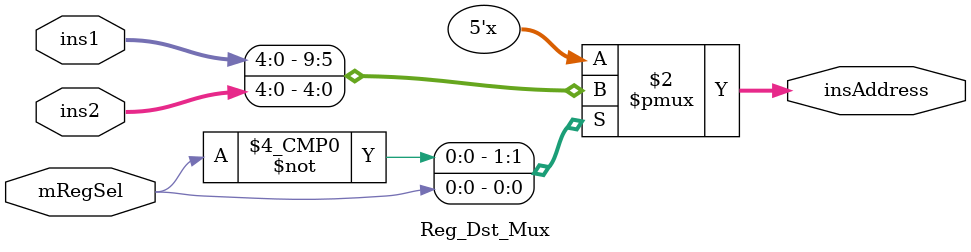
<source format=v>
module Reg_Dst_Mux(
	input [4:0]ins1, ins2,
	input mRegSel,
	output reg [4:0]insAddress
);

//2 - Declaracion de cables y registros

//3 - Cuerpo del modulo

//Bloque secuencial
always @*
begin
	case(mRegSel)
	1'b0:
		insAddress = ins1;
	1'b1:
		insAddress = ins2;
	default:
		insAddress = 5'bz;
	endcase
end

endmodule

</source>
